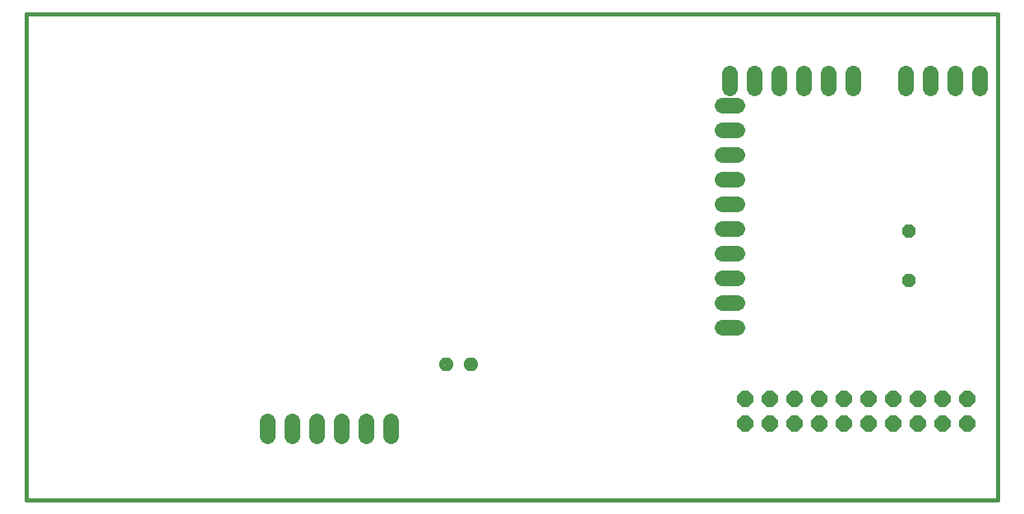
<source format=gbs>
G75*
%MOIN*%
%OFA0B0*%
%FSLAX25Y25*%
%IPPOS*%
%LPD*%
%AMOC8*
5,1,8,0,0,1.08239X$1,22.5*
%
%ADD10C,0.01600*%
%ADD11C,0.01120*%
%ADD12OC8,0.06400*%
%ADD13C,0.06400*%
%ADD14OC8,0.05600*%
D10*
X0001800Y0001800D02*
X0395501Y0001800D01*
X0395501Y0198650D01*
X0001800Y0198650D01*
X0001800Y0001800D01*
D11*
X0171482Y0058479D02*
X0170922Y0059039D01*
X0172778Y0059039D01*
X0174089Y0057728D01*
X0174089Y0055872D01*
X0172778Y0054561D01*
X0170922Y0054561D01*
X0169611Y0055872D01*
X0169611Y0057728D01*
X0170922Y0059039D01*
X0171270Y0058199D01*
X0172430Y0058199D01*
X0173249Y0057380D01*
X0173249Y0056220D01*
X0172430Y0055401D01*
X0171270Y0055401D01*
X0170451Y0056220D01*
X0170451Y0057380D01*
X0171270Y0058199D01*
X0171618Y0057359D01*
X0172082Y0057359D01*
X0172409Y0057032D01*
X0172409Y0056568D01*
X0172082Y0056241D01*
X0171618Y0056241D01*
X0171291Y0056568D01*
X0171291Y0057032D01*
X0171618Y0057359D01*
X0181382Y0058479D02*
X0180822Y0059039D01*
X0182678Y0059039D01*
X0183989Y0057728D01*
X0183989Y0055872D01*
X0182678Y0054561D01*
X0180822Y0054561D01*
X0179511Y0055872D01*
X0179511Y0057728D01*
X0180822Y0059039D01*
X0181170Y0058199D01*
X0182330Y0058199D01*
X0183149Y0057380D01*
X0183149Y0056220D01*
X0182330Y0055401D01*
X0181170Y0055401D01*
X0180351Y0056220D01*
X0180351Y0057380D01*
X0181170Y0058199D01*
X0181518Y0057359D01*
X0181982Y0057359D01*
X0182309Y0057032D01*
X0182309Y0056568D01*
X0181982Y0056241D01*
X0181518Y0056241D01*
X0181191Y0056568D01*
X0181191Y0057032D01*
X0181518Y0057359D01*
D12*
X0293050Y0042548D03*
X0303050Y0042548D03*
X0313050Y0042548D03*
X0323050Y0042548D03*
X0333050Y0042548D03*
X0343050Y0042548D03*
X0353050Y0042548D03*
X0363050Y0042548D03*
X0373050Y0042548D03*
X0383050Y0042548D03*
X0383050Y0032548D03*
X0373050Y0032548D03*
X0363050Y0032548D03*
X0353050Y0032548D03*
X0343050Y0032548D03*
X0333050Y0032548D03*
X0323050Y0032548D03*
X0313050Y0032548D03*
X0303050Y0032548D03*
X0293050Y0032548D03*
D13*
X0289800Y0071800D02*
X0283800Y0071800D01*
X0283800Y0081800D02*
X0289800Y0081800D01*
X0289800Y0091800D02*
X0283800Y0091800D01*
X0283800Y0101800D02*
X0289800Y0101800D01*
X0289800Y0111800D02*
X0283800Y0111800D01*
X0283800Y0121800D02*
X0289800Y0121800D01*
X0289800Y0131800D02*
X0283800Y0131800D01*
X0283800Y0141800D02*
X0289800Y0141800D01*
X0289800Y0151800D02*
X0283800Y0151800D01*
X0283800Y0161800D02*
X0289800Y0161800D01*
X0286800Y0168800D02*
X0286800Y0174800D01*
X0296800Y0174800D02*
X0296800Y0168800D01*
X0306800Y0168800D02*
X0306800Y0174800D01*
X0316800Y0174800D02*
X0316800Y0168800D01*
X0326800Y0168800D02*
X0326800Y0174800D01*
X0336800Y0174800D02*
X0336800Y0168800D01*
X0358050Y0168800D02*
X0358050Y0174800D01*
X0368050Y0174800D02*
X0368050Y0168800D01*
X0378050Y0168800D02*
X0378050Y0174800D01*
X0388050Y0174800D02*
X0388050Y0168800D01*
X0149300Y0033550D02*
X0149300Y0027550D01*
X0139300Y0027550D02*
X0139300Y0033550D01*
X0129300Y0033550D02*
X0129300Y0027550D01*
X0119300Y0027550D02*
X0119300Y0033550D01*
X0109300Y0033550D02*
X0109300Y0027550D01*
X0099300Y0027550D02*
X0099300Y0033550D01*
D14*
X0359300Y0090550D03*
X0359300Y0110550D03*
M02*

</source>
